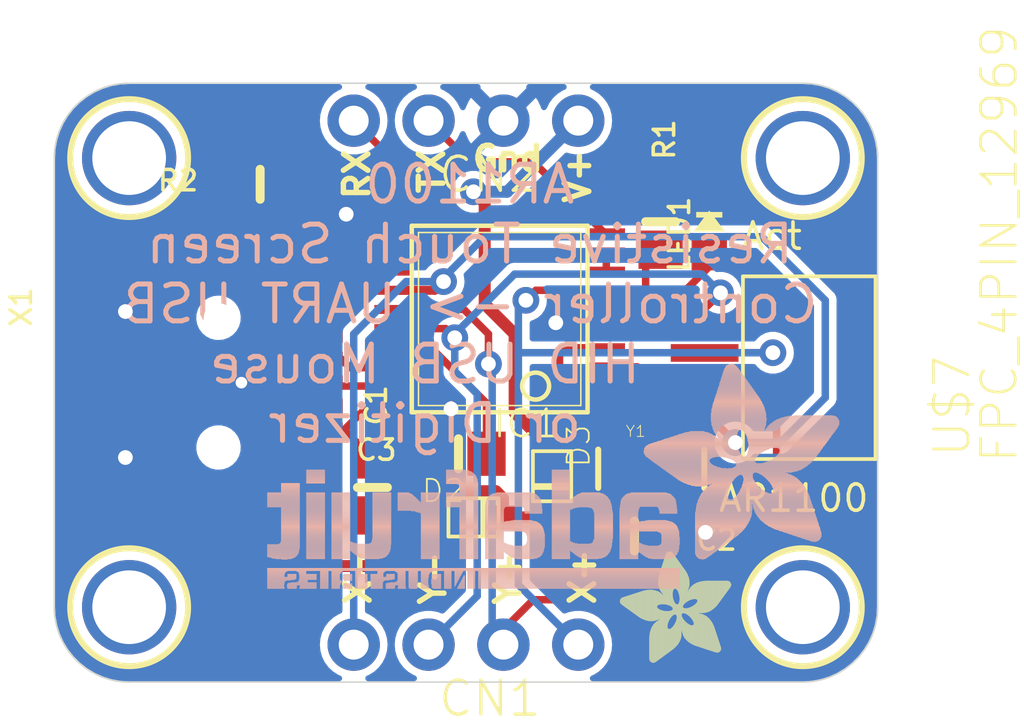
<source format=kicad_pcb>
(kicad_pcb (version 20221018) (generator pcbnew)
  (layers (0 "F.Cu" signal) (31 "B.Cu" signal) (34 "B.Paste" user) (35 "F.Paste" user) (36 "B.SilkS" user "B.Silkscreen") (37 "F.SilkS" user "F.Silkscreen") (38 "B.Mask" user) (39 "F.Mask" user) (44 "Edge.Cuts" user))
  (net 0 "")
  (net 1 "GND")
  (net 2 "Y+")
  (net 3 "Y-")
  (net 4 "X+")
  (net 5 "X-")
  (net 6 "+5V")
  (net 7 "VDD")
  (net 8 "D+")
  (net 9 "D-")
  (net 10 "RX")
  (net 11 "TX")
  (net 12 "N$2")
  (net 13 "N$3")
  (net 14 "N$4")
  (net 15 "N$5")
  (net 16 "N$1")
  (net 17 "N$6")
  (net 18 "N$7")
  (footprint "working:FIDUCIAL_1MM" (layer "F.Cu") (at 156.7561 96.2406)
    (fp_text reference "FID1" hide)
    (fp_text value "FIDUCIAL\"\"" hide)
    (pad "1" smd roundrect (at 0 0) (size 1 1) (layers "F.Cu" "F.Mask") (roundrect_rratio 0.5))
  )
  (footprint "working:MOUNTINGHOLE_2.5_PLATED" (layer "F.Cu") (at 159.9311 112.6236)
    (fp_text reference "U$6" hide)
    (fp_text value "MOUNTINGHOLE2.5" hide)
    (pad "P$1" thru_hole circle (at 0 0) (size 3.2 3.2) (drill 2.5) (layers "*.Cu" "*.Mask"))
    (zone (net 0) (net_name "") (layer "B.Cu") (connect_pads (clearance 0)) (min_thickness 0.25)
      (keepout (tracks not_allowed) (vias not_allowed) (pads not_allowed) (copperpour not_allowed) (footprints allowed))
      (fill (thermal_gap 0.5) (thermal_bridge_width 0.5))
      (polygon (pts (xy 161.9471 112.6236) (xy 161.92748 112.343027) (xy 161.869004 112.067915) (xy 161.772808 111.803619) (xy 161.640765 111.555283) (xy 161.475446 111.32774) (xy 161.280067 111.12542) (xy 161.058433 110.95226) (xy 160.814856 110.811631) (xy 160.554078 110.70627) (xy 160.281175 110.638228) (xy 160.001457 110.608828) (xy 159.720371 110.618644) (xy 159.443385 110.667484) (xy 159.175893 110.754397) (xy 158.9231 110.877693) (xy 158.689926 111.03497) (xy 158.480911 111.223169) (xy 158.300122 111.438625) (xy 158.151078 111.677145) (xy 158.03668 111.934087) (xy 157.959154 112.20445) (xy 157.920011 112.482971) (xy 157.920011 112.764229) (xy 157.959154 113.04275) (xy 158.03668 113.313113) (xy 158.151078 113.570055) (xy 158.300122 113.808575) (xy 158.480911 114.024031) (xy 158.689926 114.21223) (xy 158.9231 114.369507) (xy 159.175893 114.492803) (xy 159.443385 114.579716) (xy 159.720371 114.628556) (xy 160.001457 114.638372) (xy 160.281175 114.608972) (xy 160.554078 114.54093) (xy 160.814856 114.435569) (xy 161.058433 114.29494) (xy 161.280067 114.12178) (xy 161.475446 113.91946) (xy 161.640765 113.691917) (xy 161.772808 113.443581) (xy 161.869004 113.179285) (xy 161.92748 112.904173)))
      (polygon (pts (xy 159.9151 112.6236) (xy 159.919786 112.634914) (xy 159.9311 112.6396) (xy 159.942414 112.634914) (xy 159.9471 112.6236) (xy 159.942414 112.612286) (xy 159.9311 112.6076) (xy 159.919786 112.612286)))
    )
  )
  (footprint "working:SOD-323F" (layer "F.Cu") (at 148.7551 109.5756)
    (fp_text reference "D2" (at -1.8 -0.9) (layer "F.SilkS") (effects (font (size 0.752978 0.752978) (thickness 0.059822)) (justify left)))
    (fp_text value "1N4148")
    (pad "A" smd rect (at -1 0) (size 1 0.8) (layers "F.Cu" "F.Paste" "F.Mask") (net 16 "N$1"))
    (pad "C" smd rect (at 1 0) (size 1 0.8) (layers "F.Cu" "F.Paste" "F.Mask") (net 7 "VDD"))
  )
  (footprint "working:MOUNTINGHOLE_2.5_PLATED" (layer "F.Cu") (at 159.9311 97.3836)
    (fp_text reference "U$5" hide)
    (fp_text value "MOUNTINGHOLE2.5" hide)
    (pad "P$1" thru_hole circle (at 0 0) (size 3.2 3.2) (drill 2.5) (layers "*.Cu" "*.Mask"))
    (zone (net 0) (net_name "") (layer "B.Cu") (connect_pads (clearance 0)) (min_thickness 0.25)
      (keepout (tracks not_allowed) (vias not_allowed) (pads not_allowed) (copperpour not_allowed) (footprints allowed))
      (fill (thermal_gap 0.5) (thermal_bridge_width 0.5))
      (polygon (pts (xy 161.9471 97.3836) (xy 161.92748 97.103027) (xy 161.869004 96.827915) (xy 161.772808 96.563619) (xy 161.640765 96.315283) (xy 161.475446 96.08774) (xy 161.280067 95.88542) (xy 161.058433 95.71226) (xy 160.814856 95.571631) (xy 160.554078 95.46627) (xy 160.281175 95.398228) (xy 160.001457 95.368828) (xy 159.720371 95.378644) (xy 159.443385 95.427484) (xy 159.175893 95.514397) (xy 158.9231 95.637693) (xy 158.689926 95.79497) (xy 158.480911 95.983169) (xy 158.300122 96.198625) (xy 158.151078 96.437145) (xy 158.03668 96.694087) (xy 157.959154 96.96445) (xy 157.920011 97.242971) (xy 157.920011 97.524229) (xy 157.959154 97.80275) (xy 158.03668 98.073113) (xy 158.151078 98.330055) (xy 158.300122 98.568575) (xy 158.480911 98.784031) (xy 158.689926 98.97223) (xy 158.9231 99.129507) (xy 159.175893 99.252803) (xy 159.443385 99.339716) (xy 159.720371 99.388556) (xy 160.001457 99.398372) (xy 160.281175 99.368972) (xy 160.554078 99.30093) (xy 160.814856 99.195569) (xy 161.058433 99.05494) (xy 161.280067 98.88178) (xy 161.475446 98.67946) (xy 161.640765 98.451917) (xy 161.772808 98.203581) (xy 161.869004 97.939285) (xy 161.92748 97.664173)))
      (polygon (pts (xy 159.9151 97.3836) (xy 159.919786 97.394914) (xy 159.9311 97.3996) (xy 159.942414 97.394914) (xy 159.9471 97.3836) (xy 159.942414 97.372286) (xy 159.9311 97.3676) (xy 159.919786 97.372286)))
    )
  )
  (footprint "working:SOD-323F" (layer "F.Cu") (at 151.4221 108.1786 -90)
    (fp_text reference "D3" (at -1.8 -0.9 90) (layer "F.SilkS") (effects (font (size 0.752978 0.752978) (thickness 0.059822)) (justify right)))
    (fp_text value "1N4148")
    (pad "A" smd rect (at -1 0 270) (size 1 0.8) (layers "F.Cu" "F.Paste" "F.Mask") (net 6 "+5V"))
    (pad "C" smd rect (at 1 0 270) (size 1 0.8) (layers "F.Cu" "F.Paste" "F.Mask") (net 7 "VDD"))
  )
  (footprint "working:TSSOP20-5.3MMBODY" (layer "F.Cu") (at 149.6441 102.8446 90)
    (fp_text reference "IC1" (at -3.5456 2.0828) (layer "F.SilkS") (effects (font (size 0.92456 0.92456) (thickness 0.09144)) (justify right)))
    (fp_text value "AR1100_SSOP")
    (pad "1" smd rect (at -2.925 3.6178 90) (size 0.3048 1.27) (layers "F.Cu" "F.Paste" "F.Mask") (net 7 "VDD"))
    (pad "2" smd rect (at -2.275 3.6178 90) (size 0.3048 1.27) (layers "F.Cu" "F.Paste" "F.Mask") (net 18 "N$7"))
    (pad "3" smd rect (at -1.625 3.6178 90) (size 0.3048 1.27) (layers "F.Cu" "F.Paste" "F.Mask") (net 17 "N$6"))
    (pad "4" smd rect (at -0.975 3.6178 90) (size 0.3048 1.27) (layers "F.Cu" "F.Paste" "F.Mask") (net 7 "VDD"))
    (pad "5" smd rect (at -0.325 3.6178 90) (size 0.3048 1.27) (layers "F.Cu" "F.Paste" "F.Mask") (net 12 "N$2"))
    (pad "6" smd rect (at 0.325 3.6178 90) (size 0.3048 1.27) (layers "F.Cu" "F.Paste" "F.Mask") (net 1 "GND"))
    (pad "7" smd rect (at 0.975 3.6178 90) (size 0.3048 1.27) (layers "F.Cu" "F.Paste" "F.Mask") (net 4 "X+"))
    (pad "8" smd rect (at 1.625 3.6178 90) (size 0.3048 1.27) (layers "F.Cu" "F.Paste" "F.Mask") (net 1 "GND"))
    (pad "9" smd rect (at 2.275 3.6178 90) (size 0.3048 1.27) (layers "F.Cu" "F.Paste" "F.Mask") (net 1 "GND"))
    (pad "10" smd rect (at 2.925 3.6178 90) (size 0.3048 1.27) (layers "F.Cu" "F.Paste" "F.Mask") (net 11 "TX"))
    (pad "11" smd rect (at 2.925 -3.6178 90) (size 0.3048 1.27) (layers "F.Cu" "F.Paste" "F.Mask") (net 15 "N$5"))
    (pad "12" smd rect (at 2.275 -3.6178 90) (size 0.3048 1.27) (layers "F.Cu" "F.Paste" "F.Mask") (net 10 "RX"))
    (pad "13" smd rect (at 1.625 -3.6178 90) (size 0.3048 1.27) (layers "F.Cu" "F.Paste" "F.Mask") (net 1 "GND"))
    (pad "14" smd rect (at 0.975 -3.6178 90) (size 0.3048 1.27) (layers "F.Cu" "F.Paste" "F.Mask") (net 5 "X-"))
    (pad "15" smd rect (at 0.325 -3.6178 90) (size 0.3048 1.27) (layers "F.Cu" "F.Paste" "F.Mask") (net 2 "Y+"))
    (pad "16" smd rect (at -0.325 -3.6178 90) (size 0.3048 1.27) (layers "F.Cu" "F.Paste" "F.Mask") (net 3 "Y-"))
    (pad "17" smd rect (at -0.975 -3.6178 90) (size 0.3048 1.27) (layers "F.Cu" "F.Paste" "F.Mask") (net 14 "N$4"))
    (pad "18" smd rect (at -1.625 -3.6178 90) (size 0.3048 1.27) (layers "F.Cu" "F.Paste" "F.Mask") (net 9 "D-"))
    (pad "19" smd rect (at -2.275 -3.6178 90) (size 0.3048 1.27) (layers "F.Cu" "F.Paste" "F.Mask") (net 8 "D+"))
    (pad "20" smd rect (at -2.925 -3.6178 90) (size 0.3048 1.27) (layers "F.Cu" "F.Paste" "F.Mask") (net 1 "GND"))
  )
  (footprint "working:0805-NO" (layer "F.Cu") (at 145.3261 108.5596 90)
    (fp_text reference "C1" (at 2.032 0.127 90) (layer "F.SilkS") (effects (font (size 0.692831 0.692831) (thickness 0.119969)) (justify left)))
    (fp_text value "0.1uF")
    (pad "1" smd rect (at -0.95 0 90) (size 1.3 1.5) (layers "F.Cu" "F.Paste" "F.Mask") (net 7 "VDD"))
    (pad "2" smd rect (at 0.95 0 90) (size 1.3 1.5) (layers "F.Cu" "F.Paste" "F.Mask") (net 1 "GND"))
  )
  (footprint "working:CHIPLED_0805_NOOUTLINE" (layer "F.Cu") (at 156.7561 99.5426)
    (fp_text reference "LED1" (at -1.016 1.778 90) (layer "F.SilkS") (effects (font (size 0.692831 0.692831) (thickness 0.119969)) (justify left)))
    (fp_text value "RED")
    (pad "A" smd rect (at 0 1.05) (size 1.2 1.2) (layers "F.Cu" "F.Paste" "F.Mask") (net 12 "N$2"))
    (pad "C" smd rect (at 0 -1.05) (size 1.2 1.2) (layers "F.Cu" "F.Paste" "F.Mask") (net 13 "N$3"))
  )
  (footprint "working:FPC_CONN_1MM_DUAL_4P" (layer "F.Cu") (at 157.8991 104.4956 90)
    (fp_text reference "U$7" (at -3.1 7.1 90) (layer "F.SilkS") (effects (font (size 1.176528 1.176528) (thickness 0.093472)) (justify left)))
    (fp_text value "FPC_4PIN_12969" (at -3.3 8.7 90) (layer "F.SilkS") (effects (font (size 1.176528 1.176528) (thickness 0.093472)) (justify left)))
    (pad "1" smd rect (at -1.5 -1.3 180) (size 2.3 0.6) (layers "F.Cu" "F.Paste" "F.Mask") (net 5 "X-"))
    (pad "2" smd rect (at -0.5 -1.3 180) (size 2.3 0.6) (layers "F.Cu" "F.Paste" "F.Mask") (net 2 "Y+"))
    (pad "3" smd rect (at 0.5 -1.3 180) (size 2.3 0.6) (layers "F.Cu" "F.Paste" "F.Mask") (net 4 "X+"))
    (pad "4" smd rect (at 1.5 -1.3 180) (size 2.3 0.6) (layers "F.Cu" "F.Paste" "F.Mask") (net 3 "Y-"))
  )
  (footprint "working:USB-MINIB" (layer "F.Cu") (at 139.1031 105.0036 -90)
    (fp_text reference "X1" (at -3.31 5.699 90) (layer "F.SilkS") (effects (font (size 0.692831 0.692831) (thickness 0.119969)) (justify right)))
    (fp_text value "")
    (pad "" np_thru_hole circle (at -2.2 -1 270) (size 1 1) (drill 1) (layers "*.Cu" "*.Mask"))
    (pad "" np_thru_hole circle (at 2.2 -1 270) (size 1 1) (drill 1) (layers "*.Cu" "*.Mask"))
    (pad "D+" smd rect (at 0 -4.064 90) (size 0.5 2.308) (layers "F.Cu" "F.Paste" "F.Mask") (net 8 "D+"))
    (pad "D-" smd rect (at -0.8 -4.064 90) (size 0.5 2.308) (layers "F.Cu" "F.Paste" "F.Mask") (net 9 "D-"))
    (pad "GND" smd rect (at 1.6 -4.064 90) (size 0.5 2.308) (layers "F.Cu" "F.Paste" "F.Mask") (net 1 "GND"))
    (pad "GND1" smd rect (at -4.4 2 270) (size 2 2.4) (layers "F.Cu" "F.Paste" "F.Mask") (net 1 "GND"))
    (pad "GND2" smd rect (at -4.4 -3.5 270) (size 2 2.4) (layers "F.Cu" "F.Paste" "F.Mask") (net 1 "GND"))
    (pad "GND3" smd rect (at 4.4 -3.5 270) (size 2 2.4) (layers "F.Cu" "F.Paste" "F.Mask") (net 1 "GND"))
    (pad "GND4" smd rect (at 4.4 2 270) (size 2 2.4) (layers "F.Cu" "F.Paste" "F.Mask") (net 1 "GND"))
    (pad "ID" smd rect (at 0.8 -4.064 90) (size 0.5 2.308) (layers "F.Cu" "F.Paste" "F.Mask"))
    (pad "VBUS" smd rect (at -1.6 -4.064 90) (size 0.5 2.308) (layers "F.Cu" "F.Paste" "F.Mask") (net 16 "N$1"))
  )
  (footprint "working:0805-NO" (layer "F.Cu") (at 154.2161 110.2106)
    (fp_text reference "C2" (at 2.032 0.127) (layer "F.SilkS") (effects (font (size 0.692831 0.692831) (thickness 0.119969)) (justify left)))
    (fp_text value "10uF")
    (pad "1" smd rect (at -0.95 0) (size 1.3 1.5) (layers "F.Cu" "F.Paste" "F.Mask") (net 7 "VDD"))
    (pad "2" smd rect (at 0.95 0) (size 1.3 1.5) (layers "F.Cu" "F.Paste" "F.Mask") (net 1 "GND"))
  )
  (footprint "working:FIDUCIAL_1MM" (layer "F.Cu") (at 140.3731 96.2406)
    (fp_text reference "FID3" hide)
    (fp_text value "FIDUCIAL\"\"" hide)
    (pad "1" smd roundrect (at 0 0) (size 1 1) (layers "F.Cu" "F.Mask") (roundrect_rratio 0.5))
  )
  (footprint "working:1X04-CLEANBIG" (layer "F.Cu") (at 148.5011 96.1136 180)
    (fp_text reference "CN2" (at -2.6162 -1.8288) (layer "F.SilkS") (effects (font (size 1.1557 1.1557) (thickness 0.1143)) (justify right)))
    (fp_text value "1X4-CLEANBIG" hide)
    (pad "1" thru_hole circle (at -3.81 0 270) (size 1.778 1.778) (drill 1.016) (layers "*.Cu" "*.Mask") (net 6 "+5V"))
    (pad "2" thru_hole circle (at -1.27 0 270) (size 1.778 1.778) (drill 1.016) (layers "*.Cu" "*.Mask") (net 1 "GND"))
    (pad "3" thru_hole circle (at 1.27 0 270) (size 1.778 1.778) (drill 1.016) (layers "*.Cu" "*.Mask") (net 11 "TX"))
    (pad "4" thru_hole circle (at 3.81 0 270) (size 1.778 1.778) (drill 1.016) (layers "*.Cu" "*.Mask") (net 10 "RX"))
  )
  (footprint "working:MOUNTINGHOLE_2.5_PLATED" (layer "F.Cu") (at 137.0711 97.3836)
    (fp_text reference "U$4" hide)
    (fp_text value "MOUNTINGHOLE2.5" hide)
    (pad "P$1" thru_hole circle (at 0 0) (size 3.2 3.2) (drill 2.5) (layers "*.Cu" "*.Mask"))
    (zone (net 0) (net_name "") (layer "B.Cu") (connect_pads (clearance 0)) (min_thickness 0.25)
      (keepout (tracks not_allowed) (vias not_allowed) (pads not_allowed) (copperpour not_allowed) (footprints allowed))
      (fill (thermal_gap 0.5) (thermal_bridge_width 0.5))
      (polygon (pts (xy 139.0871 97.3836) (xy 139.06748 97.103027) (xy 139.009004 96.827915) (xy 138.912808 96.563619) (xy 138.780765 96.315283) (xy 138.615446 96.08774) (xy 138.420067 95.88542) (xy 138.198433 95.71226) (xy 137.954856 95.571631) (xy 137.694078 95.46627) (xy 137.421175 95.398228) (xy 137.141457 95.368828) (xy 136.860371 95.378644) (xy 136.583385 95.427484) (xy 136.315893 95.514397) (xy 136.0631 95.637693) (xy 135.829926 95.79497) (xy 135.620911 95.983169) (xy 135.440122 96.198625) (xy 135.291078 96.437145) (xy 135.17668 96.694087) (xy 135.099154 96.96445) (xy 135.060011 97.242971) (xy 135.060011 97.524229) (xy 135.099154 97.80275) (xy 135.17668 98.073113) (xy 135.291078 98.330055) (xy 135.440122 98.568575) (xy 135.620911 98.784031) (xy 135.829926 98.97223) (xy 136.0631 99.129507) (xy 136.315893 99.252803) (xy 136.583385 99.339716) (xy 136.860371 99.388556) (xy 137.141457 99.398372) (xy 137.421175 99.368972) (xy 137.694078 99.30093) (xy 137.954856 99.195569) (xy 138.198433 99.05494) (xy 138.420067 98.88178) (xy 138.615446 98.67946) (xy 138.780765 98.451917) (xy 138.912808 98.203581) (xy 139.009004 97.939285) (xy 139.06748 97.664173)))
      (polygon (pts (xy 137.0551 97.3836) (xy 137.059786 97.394914) (xy 137.0711 97.3996) (xy 137.082414 97.394914) (xy 137.0871 97.3836) (xy 137.082414 97.372286) (xy 137.0711 97.3676) (xy 137.059786 97.372286)))
    )
  )
  (footprint "working:MOUNTINGHOLE_2.5_PLATED" (layer "F.Cu") (at 137.0711 112.6236)
    (fp_text reference "U$2" hide)
    (fp_text value "MOUNTINGHOLE2.5" hide)
    (pad "P$1" thru_hole circle (at 0 0) (size 3.2 3.2) (drill 2.5) (layers "*.Cu" "*.Mask"))
    (zone (net 0) (net_name "") (layer "B.Cu") (connect_pads (clearance 0)) (min_thickness 0.25)
      (keepout (tracks not_allowed) (vias not_allowed) (pads not_allowed) (copperpour not_allowed) (footprints allowed))
      (fill (thermal_gap 0.5) (thermal_bridge_width 0.5))
      (polygon (pts (xy 139.0871 112.6236) (xy 139.06748 112.343027) (xy 139.009004 112.067915) (xy 138.912808 111.803619) (xy 138.780765 111.555283) (xy 138.615446 111.32774) (xy 138.420067 111.12542) (xy 138.198433 110.95226) (xy 137.954856 110.811631) (xy 137.694078 110.70627) (xy 137.421175 110.638228) (xy 137.141457 110.608828) (xy 136.860371 110.618644) (xy 136.583385 110.667484) (xy 136.315893 110.754397) (xy 136.0631 110.877693) (xy 135.829926 111.03497) (xy 135.620911 111.223169) (xy 135.440122 111.438625) (xy 135.291078 111.677145) (xy 135.17668 111.934087) (xy 135.099154 112.20445) (xy 135.060011 112.482971) (xy 135.060011 112.764229) (xy 135.099154 113.04275) (xy 135.17668 113.313113) (xy 135.291078 113.570055) (xy 135.440122 113.808575) (xy 135.620911 114.024031) (xy 135.829926 114.21223) (xy 136.0631 114.369507) (xy 136.315893 114.492803) (xy 136.583385 114.579716) (xy 136.860371 114.628556) (xy 137.141457 114.638372) (xy 137.421175 114.608972) (xy 137.694078 114.54093) (xy 137.954856 114.435569) (xy 138.198433 114.29494) (xy 138.420067 114.12178) (xy 138.615446 113.91946) (xy 138.780765 113.691917) (xy 138.912808 113.443581) (xy 139.009004 113.179285) (xy 139.06748 112.904173)))
      (polygon (pts (xy 137.0551 112.6236) (xy 137.059786 112.634914) (xy 137.0711 112.6396) (xy 137.082414 112.634914) (xy 137.0871 112.6236) (xy 137.082414 112.612286) (xy 137.0711 112.6076) (xy 137.059786 112.612286)))
    )
  )
  (footprint "working:ADAFRUIT_3.5MM" (layer "F.Cu") (at 157.5181 114.5286 90)
    (fp_text reference "U$14" hide)
    (fp_text value "" hide)
  )
  (footprint "working:0805-NO" (layer "F.Cu") (at 141.5161 98.2726 180)
    (fp_text reference "R2" (at 2.032 0.127) (layer "F.SilkS") (effects (font (size 0.692831 0.692831) (thickness 0.119969)) (justify right)))
    (fp_text value "20K")
    (pad "1" smd rect (at -0.95 0 180) (size 1.3 1.5) (layers "F.Cu" "F.Paste" "F.Mask") (net 15 "N$5"))
    (pad "2" smd rect (at 0.95 0 180) (size 1.3 1.5) (layers "F.Cu" "F.Paste" "F.Mask") (net 5 "X-"))
  )
  (footprint "working:FIDUCIAL_1MM" (layer "F.Cu") (at 140.2461 113.7666)
    (fp_text reference "FID2" hide)
    (fp_text value "FIDUCIAL\"\"" hide)
    (pad "1" smd roundrect (at 0 0) (size 1 1) (layers "F.Cu" "F.Mask") (roundrect_rratio 0.5))
  )
  (footprint "working:1X04-CLEANBIG" (layer "F.Cu") (at 148.5011 113.8936 180)
    (fp_text reference "CN1" (at -2.6162 -1.8288) (layer "F.SilkS") (effects (font (size 1.1557 1.1557) (thickness 0.1143)) (justify right)))
    (fp_text value "1X4-CLEANBIG" hide)
    (pad "1" thru_hole circle (at -3.81 0 270) (size 1.778 1.778) (drill 1.016) (layers "*.Cu" "*.Mask") (net 4 "X+"))
    (pad "2" thru_hole circle (at -1.27 0 270) (size 1.778 1.778) (drill 1.016) (layers "*.Cu" "*.Mask") (net 2 "Y+"))
    (pad "3" thru_hole circle (at 1.27 0 270) (size 1.778 1.778) (drill 1.016) (layers "*.Cu" "*.Mask") (net 3 "Y-"))
    (pad "4" thru_hole circle (at 3.81 0 270) (size 1.778 1.778) (drill 1.016) (layers "*.Cu" "*.Mask") (net 5 "X-"))
  )
  (footprint "working:0805-NO" (layer "F.Cu") (at 155.1051 99.5426 90)
    (fp_text reference "R1" (at 2.032 0.127 90) (layer "F.SilkS") (effects (font (size 0.692831 0.692831) (thickness 0.119969)) (justify left)))
    (fp_text value "470")
    (pad "1" smd rect (at -0.95 0 90) (size 1.3 1.5) (layers "F.Cu" "F.Paste" "F.Mask") (net 1 "GND"))
    (pad "2" smd rect (at 0.95 0 90) (size 1.3 1.5) (layers "F.Cu" "F.Paste" "F.Mask") (net 13 "N$3"))
  )
  (footprint "working:0805-NO" (layer "F.Cu") (at 148.2471 107.4166 180)
    (fp_text reference "C3" (at 2.032 0.127) (layer "F.SilkS") (effects (font (size 0.692831 0.692831) (thickness 0.119969)) (justify right)))
    (fp_text value "10uF")
    (pad "1" smd rect (at -0.95 0 180) (size 1.3 1.5) (layers "F.Cu" "F.Paste" "F.Mask") (net 14 "N$4"))
    (pad "2" smd rect (at 0.95 0 180) (size 1.3 1.5) (layers "F.Cu" "F.Paste" "F.Mask") (net 1 "GND"))
  )
  (footprint "working:RESONATOR-SMD" (layer "F.Cu") (at 154.7876 107.9246)
    (fp_text reference "Y1" (at -0.889 -1.27) (layer "F.SilkS") (effects (font (size 0.376489 0.376489) (thickness 0.029911)) (justify left)))
    (fp_text value "12MHz")
    (pad "1" smd rect (at -1.2 0) (size 0.7 1.7) (layers "F.Cu" "F.Paste" "F.Mask") (net 18 "N$7"))
    (pad "2" smd rect (at 0 0) (size 0.7 1.7) (layers "F.Cu" "F.Paste" "F.Mask") (net 1 "GND"))
    (pad "3" smd rect (at 1.2 0) (size 0.7 1.7) (layers "F.Cu" "F.Paste" "F.Mask") (net 17 "N$6"))
  )
  (footprint "working:ADAFRUIT_TEXT_20MM" (layer "B.Cu") (at 161.3281 111.9886 180)
    (fp_text reference "U$17" hide)
    (fp_text value "" hide)
  )
  (gr_line (start 159.9311 115.1636) (end 137.0711 115.1636) (stroke (width 0.05)) (layer "Edge.Cuts"))
  (gr_arc (start 159.9311 94.8436) (mid 161.727151 95.587549) (end 162.4711 97.3836) (stroke (width 0.05)) (layer "Edge.Cuts"))
  (gr_line (start 137.0711 94.8436) (end 159.9311 94.8436) (stroke (width 0.05)) (layer "Edge.Cuts"))
  (gr_line (start 162.4711 97.3836) (end 162.4711 112.6236) (stroke (width 0.05)) (layer "Edge.Cuts"))
  (gr_arc (start 137.0711 115.1636) (mid 135.275049 114.419651) (end 134.5311 112.6236) (stroke (width 0.05)) (layer "Edge.Cuts"))
  (gr_line (start 134.5311 112.6236) (end 134.5311 97.3836) (stroke (width 0.05)) (layer "Edge.Cuts"))
  (gr_arc (start 162.4711 112.6236) (mid 161.727151 114.419651) (end 159.9311 115.1636) (stroke (width 0.05)) (layer "Edge.Cuts"))
  (gr_arc (start 134.5311 97.3836) (mid 135.275049 95.587549) (end 137.0711 94.8436) (stroke (width 0.05)) (layer "Edge.Cuts"))
  (gr_text "Resistive Touch Screen" (at 148.6281 100.3046) (layer "B.SilkS") (effects (font (size 1.251712 1.251712) (thickness 0.170688)) (justify mirror)))
  (gr_text "HID USB Mouse\nor Digitizer" (at 147.1041 105.3846) (layer "B.SilkS") (effects (font (size 1.251712 1.251712) (thickness 0.170688)) (justify mirror)))
  (gr_text "AR1100" (at 148.6281 98.2726) (layer "B.SilkS") (effects (font (size 1.251712 1.251712) (thickness 0.170688)) (justify mirror)))
  (gr_text "Controller -> UART USB" (at 148.6281 102.3366) (layer "B.SilkS") (effects (font (size 1.251712 1.251712) (thickness 0.170688)) (justify mirror)))
  (gr_text "AR1100" (at 157.0101 109.4486) (layer "F.SilkS") (effects (font (size 0.89408 0.89408) (thickness 0.12192)) (justify left bottom)))
  (gr_text "Act" (at 157.7721 100.5586) (layer "F.SilkS") (effects (font (size 0.89408 0.89408) (thickness 0.12192)) (justify left bottom)))
  (gr_text "TX" (at 146.8501 97.0026 90) (layer "F.SilkS") (effects (font (size 0.83312 0.83312) (thickness 0.18288)) (justify right top)))
  (gr_text "X-" (at 145.3261 112.6236 90) (layer "F.SilkS") (effects (font (size 0.83312 0.83312) (thickness 0.18288)) (justify left bottom)))
  (gr_text "RX" (at 144.3101 97.0026 90) (layer "F.SilkS") (effects (font (size 0.83312 0.83312) (thickness 0.18288)) (justify right top)))
  (gr_text "Y-" (at 147.8661 112.6236 90) (layer "F.SilkS") (effects (font (size 0.83312 0.83312) (thickness 0.18288)) (justify left bottom)))
  (gr_text "Y+" (at 150.4061 112.6236 90) (layer "F.SilkS") (effects (font (size 0.83312 0.83312) (thickness 0.18288)) (justify left bottom)))
  (gr_text "V+" (at 151.8031 97.0026 90) (layer "F.SilkS") (effects (font (size 0.83312 0.83312) (thickness 0.18288)) (justify right top)))
  (gr_text "Gnd" (at 148.6281 97.8916) (layer "F.SilkS") (effects (font (size 0.83312 0.83312) (thickness 0.18288)) (justify left bottom)))
  (gr_text "X+" (at 152.9461 112.6236 90) (layer "F.SilkS") (effects (font (size 0.83312 0.83312) (thickness 0.18288)) (justify left bottom)))
  (segment (start 143.2191 101.2196) (end 143.1671 101.2196) (width 0.254) (layer "F.Cu") (net 1))
  (segment (start 137.1031 102.4316) (end 136.9441 102.5906) (width 0.254) (layer "F.Cu") (net 1))
  (segment (start 152.0011 102.5196) (end 151.5491 102.9716) (width 0.254) (layer "F.Cu") (net 1))
  (segment (start 154.7876 110.2106) (end 155.1661 110.2106) (width 0.4064) (layer "F.Cu") (net 1))
  (segment (start 145.5191 107.4166) (end 147.2971 107.4166) (width 0.254) (layer "F.Cu") (net 1))
  (segment (start 141.4651 106.6036) (end 140.8811 106.0196) (width 0.4064) (layer "F.Cu") (net 1))
  (segment (start 154.5971 102.2096) (end 154.5971 100.5696) (width 0.254) (layer "F.Cu") (net 1))
  (segment (start 143.1671 106.6036) (end 141.4651 106.6036) (width 0.4064) (layer "F.Cu") (net 1))
  (segment (start 142.6031 109.4036) (end 143.1671 108.8396) (width 0.254) (layer "F.Cu") (net 1))
  (segment (start 154.2871 102.5196) (end 154.5971 102.2096) (width 0.254) (layer "F.Cu") (net 1))
  (segment (start 137.1031 100.6036) (end 137.1031 102.4316) (width 0.254) (layer "F.Cu") (net 1))
  (segment (start 145.5191 107.4166) (end 145.3261 107.6096) (width 0.254) (layer "F.Cu") (net 1))
  (segment (start 145.2023 105.7696) (end 144.3683 106.6036) (width 0.254) (layer "F.Cu") (net 1))
  (segment (start 143.2191 101.2196) (end 142.6031 100.6036) (width 0.254) (layer "F.Cu") (net 1))
  (segment (start 146.0263 101.2196) (end 143.2191 101.2196) (width 0.254) (layer "F.Cu") (net 1))
  (segment (start 143.1671 106.6036) (end 144.3683 106.6036) (width 0.254) (layer "F.Cu") (net 1))
  (segment (start 146.0263 105.7696) (end 147.8701 105.7696) (width 0.254) (layer "F.Cu") (net 1))
  (segment (start 137.0581 107.6576) (end 136.9441 107.5436) (width 0.254) (layer "F.Cu") (net 1))
  (segment (start 155.0281 100.5696) (end 155.1051 100.4926) (width 0.254) (layer "F.Cu") (net 1))
  (segment (start 155.1661 110.2106) (end 155.2931 110.0836) (width 0.254) (layer "F.Cu") (net 1))
  (segment (start 143.1671 108.8396) (end 143.1671 106.6036) (width 0.254) (layer "F.Cu") (net 1))
  (segment (start 154.7876 107.9246) (end 154.7876 110.2106) (width 0.4064) (layer "F.Cu") (net 1))
  (segment (start 141.8971 109.3216) (end 141.9791 109.4036) (width 0.254) (layer "F.Cu") (net 1))
  (segment (start 146.0263 105.7696) (end 145.2023 105.7696) (width 0.254) (layer "F.Cu") (net 1))
  (segment (start 143.1221 100.6036) (end 144.4371 99.2886) (width 0.4064) (layer "F.Cu") (net 1))
  (segment (start 137.0581 107.6576) (end 137.0581 109.3586) (width 0.254) (layer "F.Cu") (net 1))
  (segment (start 153.2619 101.2196) (end 153.2619 100.5696) (width 0.254) (layer "F.Cu") (net 1))
  (segment (start 145.3261 107.5614) (end 144.3683 106.6036) (width 0.254) (layer "F.Cu") (net 1))
  (segment (start 153.2619 100.5696) (end 154.5971 100.5696) (width 0.254) (layer "F.Cu") (net 1))
  (segment (start 145.3261 107.6096) (end 145.3261 107.5614) (width 0.254) (layer "F.Cu") (net 1))
  (segment (start 153.2619 102.5196) (end 154.2871 102.5196) (width 0.254) (layer "F.Cu") (net 1))
  (segment (start 137.0581 109.3586) (end 137.1031 109.4036) (width 0.254) (layer "F.Cu") (net 1))
  (segment (start 141.9791 109.4036) (end 142.6031 109.4036) (width 0.254) (layer "F.Cu") (net 1))
  (segment (start 155.2931 110.0836) (end 156.6291 110.0836) (width 0.254) (layer "F.Cu") (net 1))
  (segment (start 154.5971 100.5696) (end 155.0281 100.5696) (width 0.254) (layer "F.Cu") (net 1))
  (segment (start 153.2619 102.5196) (end 152.0011 102.5196) (width 0.254) (layer "F.Cu") (net 1))
  (segment (start 140.8811 106.0196) (end 140.8811 105.0036) (width 0.4064) (layer "F.Cu") (net 1))
  (segment (start 142.6031 100.6036) (end 143.1221 100.6036) (width 0.4064) (layer "F.Cu") (net 1))
  (segment (start 147.8701 105.7696) (end 147.9931 105.8926) (width 0.254) (layer "F.Cu") (net 1))
  (via (at 144.4371 99.2886) (size 0.9064) (drill 0.5) (layers "F.Cu" "B.Cu") (net 1))
  (via (at 136.9441 107.5436) (size 0.9064) (drill 0.5) (layers "F.Cu" "B.Cu") (net 1))
  (via (at 136.9441 102.5906) (size 0.9064) (drill 0.5) (layers "F.Cu" "B.Cu") (net 1))
  (via (at 140.8811 105.0036) (size 0.8001) (drill 0.3937) (layers "F.Cu" "B.Cu") (net 1))
  (via (at 151.5491 102.9716) (size 0.9064) (drill 0.5) (layers "F.Cu" "B.Cu") (net 1))
  (via (at 156.6291 110.0836) (size 0.9064) (drill 0.5) (layers "F.Cu" "B.Cu") (net 1))
  (via (at 147.9931 105.8926) (size 0.9064) (drill 0.5) (layers "F.Cu" "B.Cu") (net 1))
  (segment (start 137.1981 107.5436) (end 137.4521 107.2896) (width 0.254) (layer "B.Cu") (net 1))
  (segment (start 140.8811 105.0036) (end 141.3891 105.0036) (width 0.4064) (layer "B.Cu") (net 1))
  (segment (start 136.9441 107.5436) (end 137.1981 107.5436) (width 0.254) (layer "B.Cu") (net 1))
  (segment (start 136.9441 102.5906) (end 136.9441 102.8446) (width 0.254) (layer "B.Cu") (net 1))
  (segment (start 156.6291 110.0836) (end 156.6291 109.8296) (width 0.254) (layer "B.Cu") (net 1))
  (segment (start 159.0421 108.9406) (end 159.0421 105.6386) (width 0.254) (layer "F.Cu") (net 2))
  (segment (start 158.4071 105.0036) (end 156.6071 105.0036) (width 0.254) (layer "F.Cu") (net 2))
  (segment (start 149.7711 113.3856) (end 149.7711 113.8936) (width 0.254) (layer "F.Cu") (net 2))
  (segment (start 149.2631 103.3526) (end 149.2631 104.3686) (width 0.254) (layer "F.Cu") (net 2))
  (segment (start 150.7871 112.3696) (end 149.7711 113.3856) (width 0.254) (layer "F.Cu") (net 2))
  (segment (start 159.0421 105.6386) (end 158.4071 105.0036) (width 0.254) (layer "F.Cu") (net 2))
  (segment (start 148.4301 102.5196) (end 149.2631 103.3526) (width 0.254) (layer "F.Cu") (net 2))
  (segment (start 155.6131 112.3696) (end 150.7871 112.3696) (width 0.254) (layer "F.Cu") (net 2))
  (segment (start 146.0263 102.5196) (end 148.4301 102.5196) (width 0.254) (layer "F.Cu") (net 2))
  (segment (start 156.6071 105.0036) (end 156.5991 104.9956) (width 0.254) (layer "F.Cu") (net 2))
  (segment (start 159.0421 108.9406) (end 155.6131 112.3696) (width 0.254) (layer "F.Cu") (net 2))
  (via (at 149.2631 104.3686) (size 0.9064) (drill 0.5) (layers "F.Cu" "B.Cu") (net 2))
  (segment (start 149.3901 113.5126) (end 149.3901 104.7496) (width 0.254) (layer "B.Cu") (net 2))
  (segment (start 149.7711 113.8936) (end 149.3901 113.5126) (width 0.254) (layer "B.Cu") (net 2))
  (segment (start 149.3901 104.7496) (end 149.2631 104.6226) (width 0.254) (layer "B.Cu") (net 2))
  (segment (start 149.2631 104.6226) (end 149.2631 104.3686) (width 0.254) (layer "B.Cu") (net 2))
  (segment (start 147.8101 103.1696) (end 146.0263 103.1696) (width 0.254) (layer "F.Cu") (net 3))
  (segment (start 156.5991 102.9956) (end 156.5991 102.4936) (width 0.254) (layer "F.Cu") (net 3))
  (segment (start 156.5991 102.4936) (end 157.1371 101.9556) (width 0.254) (layer "F.Cu") (net 3))
  (segment (start 148.1201 103.4796) (end 147.8101 103.1696) (width 0.254) (layer "F.Cu") (net 3))
  (via (at 148.1201 103.4796) (size 0.9064) (drill 0.5) (layers "F.Cu" "B.Cu") (net 3))
  (via (at 157.1371 101.9556) (size 0.9064) (drill 0.5) (layers "F.Cu" "B.Cu") (net 3))
  (segment (start 156.5021 101.3206) (end 157.1371 101.9556) (width 0.254) (layer "B.Cu") (net 3))
  (segment (start 148.8821 105.3846) (end 148.1201 104.6226) (width 0.254) (layer "B.Cu") (net 3))
  (segment (start 150.1521 101.3206) (end 147.9931 103.4796) (width 0.254) (layer "B.Cu") (net 3))
  (segment (start 147.2311 113.8936) (end 148.8821 112.2426) (width 0.254) (layer "B.Cu") (net 3))
  (segment (start 148.8821 112.2426) (end 148.8821 105.3846) (width 0.254) (layer "B.Cu") (net 3))
  (segment (start 150.1521 101.3206) (end 156.5021 101.3206) (width 0.254) (layer "B.Cu") (net 3))
  (segment (start 148.1201 104.6226) (end 148.1201 103.4796) (width 0.254) (layer "B.Cu") (net 3))
  (segment (start 147.9931 103.4796) (end 148.1201 103.4796) (width 0.254) (layer "B.Cu") (net 3))
  (segment (start 150.8731 101.8696) (end 150.5331 102.2096) (width 0.254) (layer "F.Cu") (net 4))
  (segment (start 158.9151 103.9876) (end 156.6071 103.9876) (width 0.254) (layer "F.Cu") (net 4))
  (segment (start 156.6071 103.9876) (end 156.5991 103.9956) (width 0.254) (layer "F.Cu") (net 4))
  (segment (start 150.8731 101.8696) (end 153.2619 101.8696) (width 0.254) (layer "F.Cu") (net 4))
  (via (at 158.9151 103.9876) (size 0.9064) (drill 0.5) (layers "F.Cu" "B.Cu") (net 4))
  (via (at 150.5331 102.2096) (size 0.9064) (drill 0.5) (layers "F.Cu" "B.Cu") (net 4))
  (segment (start 150.2791 103.9876) (end 158.9151 103.9876) (width 0.254) (layer "B.Cu") (net 4))
  (segment (start 150.2791 102.4636) (end 150.2791 103.9876) (width 0.254) (layer "B.Cu") (net 4))
  (segment (start 150.2791 111.8616) (end 150.2791 103.9876) (width 0.254) (layer "B.Cu") (net 4))
  (segment (start 152.3111 113.8936) (end 150.2791 111.8616) (width 0.254) (layer "B.Cu") (net 4))
  (segment (start 150.2791 102.4636) (end 150.5331 102.2096) (width 0.254) (layer "B.Cu") (net 4))
  (segment (start 140.5001 98.2066) (end 140.4341 98.2726) (width 0.254) (layer "F.Cu") (net 5))
  (segment (start 144.2691 101.8696) (end 143.9291 102.2096) (width 0.254) (layer "F.Cu") (net 5))
  (segment (start 147.4441 101.8696) (end 147.7391 101.5746) (width 0.3048) (layer "F.Cu") (net 5))
  (segment (start 157.6451 107.0356) (end 156.5991 105.9896) (width 0.254) (layer "F.Cu") (net 5))
  (segment (start 156.5991 105.9896) (end 156.5991 105.9956) (width 0.254) (layer "F.Cu") (net 5))
  (segment (start 146.0263 101.8696) (end 147.4441 101.8696) (width 0.3048) (layer "F.Cu") (net 5))
  (segment (start 140.4341 98.2726) (end 140.5661 98.2726) (width 0.254) (layer "F.Cu") (net 5))
  (segment (start 141.1351 102.2096) (end 140.5001 101.5746) (width 0.254) (layer "F.Cu") (net 5))
  (segment (start 140.5001 101.5746) (end 140.5001 98.2066) (width 0.254) (layer "F.Cu") (net 5))
  (segment (start 146.0263 101.8696) (end 144.2691 101.8696) (width 0.254) (layer "F.Cu") (net 5))
  (segment (start 143.9291 102.2096) (end 141.1351 102.2096) (width 0.254) (layer "F.Cu") (net 5))
  (via (at 157.6451 107.0356) (size 0.9064) (drill 0.5) (layers "F.Cu" "B.Cu") (net 5))
  (via (at 147.7391 101.5746) (size 0.9064) (drill 0.5) (layers "F.Cu" "B.Cu") (net 5))
  (segment (start 149.1361 100.0506) (end 158.5341 100.0506) (width 0.254) (layer "B.Cu") (net 5))
  (segment (start 147.7391 101.4476) (end 147.7391 101.5746) (width 0.254) (layer "B.Cu") (net 5))
  (segment (start 160.6931 102.2096) (end 160.6931 105.5116) (width 0.254) (layer "B.Cu") (net 5))
  (segment (start 159.1691 107.0356) (end 157.6451 107.0356) (width 0.254) (layer "B.Cu") (net 5))
  (segment (start 144.6911 103.3526) (end 146.4691 101.5746) (width 0.254) (layer "B.Cu") (net 5))
  (segment (start 149.1361 100.0506) (end 147.7391 101.4476) (width 0.254) (layer "B.Cu") (net 5))
  (segment (start 144.6911 113.8936) (end 144.6911 103.3526) (width 0.254) (layer "B.Cu") (net 5))
  (segment (start 160.6931 105.5116) (end 159.1691 107.0356) (width 0.254) (layer "B.Cu") (net 5))
  (segment (start 158.5341 100.0506) (end 160.6931 102.2096) (width 0.254) (layer "B.Cu") (net 5))
  (segment (start 146.4691 101.5746) (end 147.7391 101.5746) (width 0.254) (layer "B.Cu") (net 5))
  (segment (start 150.1521 106.0196) (end 151.4221 107.2896) (width 0.4064) (layer "F.Cu") (net 6))
  (segment (start 151.4221 107.2896) (end 151.4221 107.1786) (width 0.4064) (layer "F.Cu") (net 6))
  (segment (start 149.1361 102.3366) (end 149.1361 98.9076) (width 0.4064) (layer "F.Cu") (net 6))
  (segment (start 149.1361 98.9076) (end 148.7551 98.5266) (width 0.4064) (layer "F.Cu") (net 6))
  (segment (start 150.1521 106.0196) (end 150.1521 103.3526) (width 0.4064) (layer "F.Cu") (net 6))
  (segment (start 150.1521 103.3526) (end 149.1361 102.3366) (width 0.4064) (layer "F.Cu") (net 6))
  (via (at 148.7551 98.5266) (size 0.9064) (drill 0.5) (layers "F.Cu" "B.Cu") (net 6))
  (segment (start 149.8981 98.5266) (end 152.3111 96.1136) (width 0.4064) (layer "B.Cu") (net 6))
  (segment (start 148.7551 98.5266) (end 149.8981 98.5266) (width 0.4064) (layer "B.Cu") (net 6))
  (segment (start 146.8501 108.6866) (end 149.5171 108.6866) (width 0.4064) (layer "F.Cu") (net 7))
  (segment (start 146.8501 108.6866) (end 145.9611 109.5756) (width 0.4064) (layer "F.Cu") (net 7))
  (segment (start 151.6761 105.6386) (end 151.6761 103.9876) (width 0.254) (layer "F.Cu") (net 7))
  (segment (start 149.7551 108.9246) (end 149.7551 109.5756) (width 0.4064) (layer "F.Cu") (net 7))
  (segment (start 145.9611 109.5756) (end 145.3921 109.5756) (width 0.4064) (layer "F.Cu") (net 7))
  (segment (start 152.657878 105.7696) (end 151.8071 105.7696) (width 0.4064) (layer "F.Cu") (net 7))
  (segment (start 152.657878 107.942822) (end 151.4221 109.1786) (width 0.4064) (layer "F.Cu") (net 7))
  (segment (start 151.4221 109.5756) (end 149.7551 109.5756) (width 0.4064) (layer "F.Cu") (net 7))
  (segment (start 151.4221 109.5756) (end 152.0571 110.2106) (width 0.4064) (layer "F.Cu") (net 7))
  (segment (start 151.8071 105.7696) (end 151.6761 105.6386) (width 0.254) (layer "F.Cu") (net 7))
  (segment (start 151.4221 109.1786) (end 151.4221 109.5756) (width 0.4064) (layer "F.Cu") (net 7))
  (segment (start 145.3921 109.5756) (end 145.3261 109.5096) (width 0.4064) (layer "F.Cu") (net 7))
  (segment (start 151.6761 103.9876) (end 151.8441 103.8196) (width 0.254) (layer "F.Cu") (net 7))
  (segment (start 149.5171 108.6866) (end 149.7551 108.9246) (width 0.4064) (layer "F.Cu") (net 7))
  (segment (start 153.2619 105.7696) (end 152.657878 105.7696) (width 0.4064) (layer "F.Cu") (net 7))
  (segment (start 152.0571 110.2106) (end 153.2661 110.2106) (width 0.4064) (layer "F.Cu") (net 7))
  (segment (start 151.8441 103.8196) (end 153.2619 103.8196) (width 0.254) (layer "F.Cu") (net 7))
  (segment (start 152.657878 105.7696) (end 152.657878 107.942822) (width 0.4064) (layer "F.Cu") (net 7))
  (segment (start 143.1671 105.0036) (end 143.2831 105.1196) (width 0.254) (layer "F.Cu") (net 8))
  (segment (start 143.2831 105.1196) (end 146.0263 105.1196) (width 0.254) (layer "F.Cu") (net 8))
  (segment (start 144.5641 104.4956) (end 146.0003 104.4956) (width 0.254) (layer "F.Cu") (net 9))
  (segment (start 143.1671 104.2036) (end 144.2721 104.2036) (width 0.254) (layer "F.Cu") (net 9))
  (segment (start 144.2721 104.2036) (end 144.5641 104.4956) (width 0.254) (layer "F.Cu") (net 9))
  (segment (start 146.0003 104.4956) (end 146.0263 104.4696) (width 0.254) (layer "F.Cu") (net 9))
  (segment (start 147.6121 100.0506) (end 147.6121 99.0346) (width 0.254) (layer "F.Cu") (net 10))
  (segment (start 147.6121 99.0346) (end 144.6911 96.1136) (width 0.254) (layer "F.Cu") (net 10))
  (segment (start 147.0931 100.5696) (end 147.6121 100.0506) (width 0.254) (layer "F.Cu") (net 10))
  (segment (start 146.0263 100.5696) (end 147.0931 100.5696) (width 0.254) (layer "F.Cu") (net 10))
  (segment (start 148.6281 97.5106) (end 150.7871 97.5106) (width 0.254) (layer "F.Cu") (net 11))
  (segment (start 147.2311 96.1136) (end 148.6281 97.5106) (width 0.254) (layer "F.Cu") (net 11))
  (segment (start 150.7871 97.5106) (end 153.1961 99.9196) (width 0.254) (layer "F.Cu") (net 11))
  (segment (start 153.1961 99.9196) (end 153.2619 99.9196) (width 0.254) (layer "F.Cu") (net 11))
  (segment (start 154.9071 103.1696) (end 155.1051 102.9716) (width 0.254) (layer "F.Cu") (net 12))
  (segment (start 156.7561 101.0666) (end 155.6131 102.2096) (width 0.254) (layer "F.Cu") (net 12))
  (segment (start 154.9071 103.1696) (end 153.2619 103.1696) (width 0.254) (layer "F.Cu") (net 12))
  (segment (start 155.1051 102.4636) (end 155.3591 102.2096) (width 0.254) (layer "F.Cu") (net 12))
  (segment (start 156.7561 100.5926) (end 156.7561 101.0666) (width 0.254) (layer "F.Cu") (net 12))
  (segment (start 155.1051 102.9716) (end 155.1051 102.4636) (width 0.254) (layer "F.Cu") (net 12))
  (segment (start 155.3591 102.2096) (end 155.6131 102.2096) (width 0.254) (layer "F.Cu") (net 12))
  (segment (start 155.1051 98.5926) (end 156.6561 98.5926) (width 0.254) (layer "F.Cu") (net 13))
  (segment (start 156.6561 98.5926) (end 156.7561 98.4926) (width 0.254) (layer "F.Cu") (net 13))
  (segment (start 147.3581 103.8606) (end 146.0673 103.8606) (width 0.254) (layer "F.Cu") (net 14))
  (segment (start 149.1971 105.6996) (end 147.3581 103.8606) (width 0.254) (layer "F.Cu") (net 14))
  (segment (start 146.0673 103.8606) (end 146.0263 103.8196) (width 0.254) (layer "F.Cu") (net 14))
  (segment (start 149.1971 107.4166) (end 149.1971 105.6996) (width 0.254) (layer "F.Cu") (net 14))
  (segment (start 145.3261 98.2726) (end 145.9611 98.9076) (width 0.3048) (layer "F.Cu") (net 15))
  (segment (start 145.9611 98.9076) (end 145.9611 99.8544) (width 0.3048) (layer "F.Cu") (net 15))
  (segment (start 142.4661 98.2726) (end 145.3261 98.2726) (width 0.3048) (layer "F.Cu") (net 15))
  (segment (start 145.9611 99.8544) (end 146.0263 99.9196) (width 0.3048) (layer "F.Cu") (net 15))
  (segment (start 147.7551 110.5756) (end 147.1041 111.2266) (width 0.4064) (layer "F.Cu") (net 16))
  (segment (start 138.9761 109.9566) (end 138.9761 104.2416) (width 0.4064) (layer "F.Cu") (net 16))
  (segment (start 140.2461 111.2266) (end 138.9761 109.9566) (width 0.4064) (layer "F.Cu") (net 16))
  (segment (start 140.3731 103.9876) (end 139.2301 103.9876) (width 0.4064) (layer "F.Cu") (net 16))
  (segment (start 140.9571 103.4036) (end 140.3731 103.9876) (width 0.4064) (layer "F.Cu") (net 16))
  (segment (start 147.1041 111.2266) (end 140.2461 111.2266) (width 0.4064) (layer "F.Cu") (net 16))
  (segment (start 147.7551 109.5756) (end 147.7551 110.5756) (width 0.4064) (layer "F.Cu") (net 16))
  (segment (start 140.9571 103.4036) (end 143.1671 103.4036) (width 0.4064) (layer "F.Cu") (net 16))
  (segment (start 139.2301 103.9876) (end 138.9761 104.2416) (width 0.4064) (layer "F.Cu") (net 16))
  (segment (start 154.8511 106.2736) (end 155.8671 107.2896) (width 0.254) (layer "F.Cu") (net 17))
  (segment (start 155.8671 107.8041) (end 155.9876 107.9246) (width 0.254) (layer "F.Cu") (net 17))
  (segment (start 154.8511 105.0036) (end 154.8511 106.2736) (width 0.254) (layer "F.Cu") (net 17))
  (segment (start 153.2619 104.4696) (end 154.3171 104.4696) (width 0.254) (layer "F.Cu") (net 17))
  (segment (start 154.3171 104.4696) (end 154.8511 105.0036) (width 0.254) (layer "F.Cu") (net 17))
  (segment (start 155.8671 107.2896) (end 155.8671 107.8041) (width 0.254) (layer "F.Cu") (net 17))
  (segment (start 154.3431 105.2576) (end 154.3431 106.0196) (width 0.254) (layer "F.Cu") (net 18))
  (segment (start 153.5876 106.7751) (end 153.5876 107.9246) (width 0.254) (layer "F.Cu") (net 18))
  (segment (start 153.2619 105.1196) (end 154.2051 105.1196) (width 0.254) (layer "F.Cu") (net 18))
  (segment (start 154.2051 105.1196) (end 154.3431 105.2576) (width 0.254) (layer "F.Cu") (net 18))
  (segment (start 154.3431 106.0196) (end 153.5876 106.7751) (width 0.254) (layer "F.Cu") (net 18))
  (zone (net 1) (net_name "GND") (layer "B.Cu") (priority 6) (connect_pads (clearance 0.254)) (min_thickness 0.2032) (fill yes (thermal_gap 0.4564) (thermal_bridge_width 0.4564))
    (polygon (pts (xy 162.6743 115.3668) (xy 134.3279 115.3668) (xy 134.3279 94.6404) (xy 162.6743 94.6404)))
  )
)
</source>
